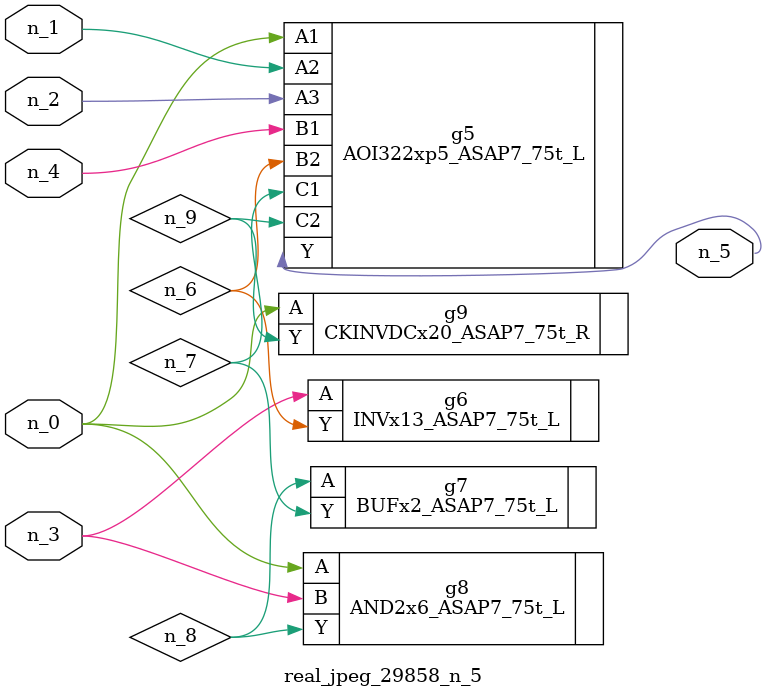
<source format=v>
module real_jpeg_29858_n_5 (n_4, n_0, n_1, n_2, n_3, n_5);

input n_4;
input n_0;
input n_1;
input n_2;
input n_3;

output n_5;

wire n_8;
wire n_6;
wire n_7;
wire n_9;

AOI322xp5_ASAP7_75t_L g5 ( 
.A1(n_0),
.A2(n_1),
.A3(n_2),
.B1(n_4),
.B2(n_6),
.C1(n_7),
.C2(n_9),
.Y(n_5)
);

AND2x6_ASAP7_75t_L g8 ( 
.A(n_0),
.B(n_3),
.Y(n_8)
);

CKINVDCx20_ASAP7_75t_R g9 ( 
.A(n_0),
.Y(n_9)
);

INVx13_ASAP7_75t_L g6 ( 
.A(n_3),
.Y(n_6)
);

BUFx2_ASAP7_75t_L g7 ( 
.A(n_8),
.Y(n_7)
);


endmodule
</source>
